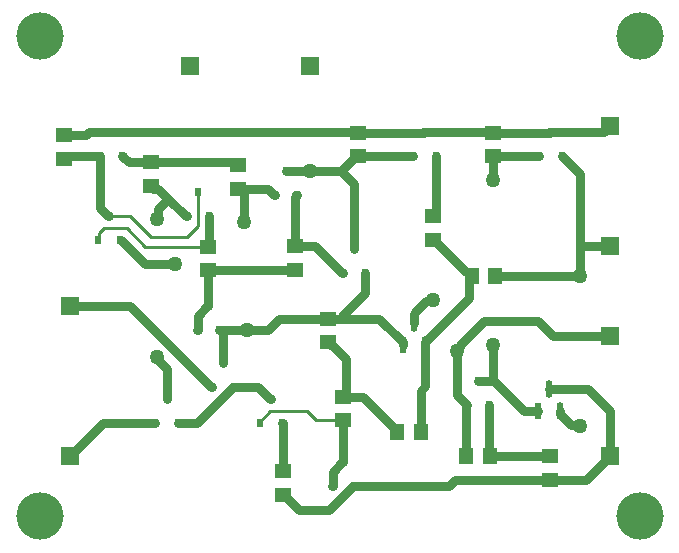
<source format=gtl>
G04*
G04 #@! TF.GenerationSoftware,Altium Limited,Altium Designer,23.3.1 (30)*
G04*
G04 Layer_Physical_Order=1*
G04 Layer_Color=255*
%FSLAX25Y25*%
%MOIN*%
G70*
G04*
G04 #@! TF.SameCoordinates,585462AD-BF79-4466-854D-63341AC199BE*
G04*
G04*
G04 #@! TF.FilePolarity,Positive*
G04*
G01*
G75*
%ADD11C,0.01000*%
G04:AMPARAMS|DCode=12|XSize=58.04mil|YSize=23.03mil|CornerRadius=11.51mil|HoleSize=0mil|Usage=FLASHONLY|Rotation=90.000|XOffset=0mil|YOffset=0mil|HoleType=Round|Shape=RoundedRectangle|*
%AMROUNDEDRECTD12*
21,1,0.05804,0.00000,0,0,90.0*
21,1,0.03501,0.02303,0,0,90.0*
1,1,0.02303,0.00000,0.01750*
1,1,0.02303,0.00000,-0.01750*
1,1,0.02303,0.00000,-0.01750*
1,1,0.02303,0.00000,0.01750*
%
%ADD12ROUNDEDRECTD12*%
%ADD13R,0.02303X0.05804*%
%ADD14R,0.02362X0.03150*%
%ADD15R,0.04724X0.05709*%
%ADD16R,0.05709X0.04724*%
%ADD19R,0.06181X0.06181*%
%ADD22C,0.03000*%
%ADD23C,0.05000*%
%ADD24C,0.15748*%
D11*
X352000Y232000D02*
X361000D01*
X333260Y231417D02*
X336842Y235000D01*
X333260Y231024D02*
Y231417D01*
X349000Y235000D02*
X352000Y232000D01*
X336842Y235000D02*
X349000D01*
X279730Y294454D02*
X281276Y296000D01*
X289000D01*
X279260Y292047D02*
X279730Y292518D01*
Y294454D01*
X309000Y293000D02*
X312740Y296740D01*
X290000Y300000D02*
X297000Y293000D01*
X309000D01*
X295126Y289874D02*
X315508D01*
X289000Y296000D02*
X295126Y289874D01*
X391000Y292063D02*
X392063Y291000D01*
X283000Y300000D02*
X290000D01*
X312740Y296740D02*
Y307953D01*
X429508Y219937D02*
X430000D01*
X388646Y301799D02*
X390508Y299937D01*
X391000D01*
D12*
X429740Y242364D02*
D03*
X433480Y235000D02*
D03*
X384740Y264364D02*
D03*
X388480Y257000D02*
D03*
D13*
X426000Y235000D02*
D03*
X381000Y257000D02*
D03*
D14*
X406000Y244976D02*
D03*
X409740Y237024D02*
D03*
X402260D02*
D03*
X364740Y288953D02*
D03*
X368480Y281000D02*
D03*
X361000D02*
D03*
X316000Y269976D02*
D03*
X319740Y262024D02*
D03*
X312260D02*
D03*
X361000Y217976D02*
D03*
X364740Y210024D02*
D03*
X357260D02*
D03*
X321000Y250976D02*
D03*
X324740Y243024D02*
D03*
X317260D02*
D03*
X337000Y238976D02*
D03*
X340740Y231024D02*
D03*
X333260D02*
D03*
X430260Y327953D02*
D03*
X434000Y320000D02*
D03*
X426520D02*
D03*
X388260Y327953D02*
D03*
X392000Y320000D02*
D03*
X384520D02*
D03*
X342000Y314976D02*
D03*
X345740Y307024D02*
D03*
X338260D02*
D03*
X283740Y327953D02*
D03*
X287480Y320000D02*
D03*
X280000D02*
D03*
X283000Y300000D02*
D03*
X286740Y292047D02*
D03*
X279260D02*
D03*
X312740Y307953D02*
D03*
X316480Y300000D02*
D03*
X309000D02*
D03*
X302260Y238953D02*
D03*
X306000Y231000D02*
D03*
X298520D02*
D03*
D15*
X402063Y220000D02*
D03*
X409937D02*
D03*
X386937Y228000D02*
D03*
X379063D02*
D03*
X404000Y280000D02*
D03*
X411874D02*
D03*
D16*
X345000Y289937D02*
D03*
Y282063D02*
D03*
X316000Y289874D02*
D03*
Y282000D02*
D03*
X356000Y265874D02*
D03*
Y258000D02*
D03*
X361000Y239874D02*
D03*
Y232000D02*
D03*
X411000Y327874D02*
D03*
Y320000D02*
D03*
X366000Y327874D02*
D03*
Y320000D02*
D03*
X326000Y316937D02*
D03*
Y309063D02*
D03*
X268000Y326937D02*
D03*
Y319063D02*
D03*
X297000Y317937D02*
D03*
Y310063D02*
D03*
X430000Y219937D02*
D03*
Y212063D02*
D03*
X391000Y299937D02*
D03*
Y292063D02*
D03*
X341000Y207063D02*
D03*
Y214937D02*
D03*
D19*
X450000Y220000D02*
D03*
Y260000D02*
D03*
Y290000D02*
D03*
Y330000D02*
D03*
X310000Y350000D02*
D03*
X350000D02*
D03*
X270000Y270000D02*
D03*
Y220000D02*
D03*
D22*
X411538Y244976D02*
X421515Y235000D01*
X426000D01*
X440000Y290000D02*
Y314000D01*
Y280000D02*
Y290000D01*
X450000D01*
X434000Y320000D02*
X440000Y314000D01*
X411874Y280000D02*
X440000D01*
X302260Y238953D02*
Y249199D01*
X299000Y252459D02*
Y253000D01*
Y252459D02*
X302260Y249199D01*
X316480Y290354D02*
Y300000D01*
X316000Y289874D02*
X316480Y290354D01*
X373179Y265874D02*
X381000Y258053D01*
X356000Y265874D02*
X360736D01*
X373179D01*
X385000Y268000D02*
X388617Y271617D01*
X390617D01*
X384740Y264364D02*
Y267417D01*
X385000Y267677D01*
X390617Y271617D02*
X391000Y272000D01*
X385000Y267677D02*
Y268000D01*
X402063Y220000D02*
Y236827D01*
X399000Y240283D02*
X402260Y237024D01*
X356000Y258000D02*
X356862Y257138D01*
X362000Y240736D02*
Y252492D01*
X361000Y239874D02*
X361138D01*
X356862Y257138D02*
X357354D01*
X362000Y252492D01*
X361138Y239874D02*
X362000Y240736D01*
X361000Y239874D02*
X367681D01*
X366000Y327874D02*
X387937D01*
X276465Y327953D02*
X365921D01*
X408000Y265000D02*
X426000D01*
X399000Y255541D02*
X400000Y256541D01*
X399000Y240283D02*
Y255541D01*
X400000Y256541D02*
Y257000D01*
X408000Y265000D01*
X426000D02*
X431000Y260000D01*
X450000D01*
X433480Y233947D02*
Y235000D01*
Y233947D02*
X437044Y230383D01*
X439617D01*
X440000Y230000D01*
X442636Y242364D02*
X450000Y235000D01*
X429740Y242364D02*
X442636D01*
X450000Y220000D02*
Y235000D01*
X406000Y244976D02*
X411538D01*
X411000Y245515D02*
X411538Y244976D01*
X411000Y245515D02*
Y257000D01*
Y312000D02*
Y320000D01*
X342000Y314976D02*
X360484D01*
X299000Y299000D02*
X299383Y299383D01*
Y302383D02*
X302878Y305878D01*
X299383Y299383D02*
Y302383D01*
X295031Y284000D02*
X305000D01*
X287059Y291972D02*
X295031Y284000D01*
X302878Y305878D02*
X308756Y300000D01*
X299555Y309201D02*
X302878Y305878D01*
X328988Y262012D02*
X329000Y262000D01*
X336000Y262165D02*
X339709Y265874D01*
X329165Y262165D02*
X336000D01*
X329000Y262000D02*
X329165Y262165D01*
X319984Y262024D02*
X319996Y262012D01*
X328988D01*
X329000Y309063D02*
X335976D01*
X328000Y298000D02*
Y308063D01*
X329000Y309063D01*
X316000Y282000D02*
X316032Y282031D01*
X316000Y269976D02*
Y282000D01*
X316032Y282031D02*
X344969D01*
X409839Y220098D02*
Y236949D01*
Y220098D02*
X409937Y220000D01*
X409740Y237024D02*
X409764D01*
X409839Y236949D01*
X388480Y258053D02*
X403138Y272711D01*
Y279138D02*
X404000Y280000D01*
X403138Y272711D02*
Y279138D01*
X388480Y257000D02*
Y258053D01*
X391492Y292063D02*
X402201Y281354D01*
X403138D01*
X404000Y280000D02*
Y280492D01*
X391000Y292063D02*
X391492D01*
X403138Y281354D02*
X404000Y280492D01*
X442063Y212063D02*
X450000Y220000D01*
X430000Y212063D02*
X442063D01*
X364740Y210024D02*
X396264D01*
X364496D02*
X364740D01*
X398303Y212063D02*
X430000D01*
X396264Y210024D02*
X398303Y212063D01*
X409969Y219969D02*
X429969D01*
X409937Y220000D02*
X409969Y219969D01*
X429969D02*
X430000Y219937D01*
X388480Y243422D02*
Y257000D01*
X386937Y241879D02*
X388480Y243422D01*
X386937Y228000D02*
Y241879D01*
X381000Y257000D02*
Y258053D01*
X379063Y228000D02*
Y228492D01*
X367681Y239874D02*
X379063Y228492D01*
X361000Y217976D02*
Y232000D01*
X357504Y210024D02*
X357579Y210098D01*
Y214799D01*
X360756Y217976D02*
X361000D01*
X357260Y210024D02*
X357504D01*
X357579Y214799D02*
X360756Y217976D01*
X356472Y202000D02*
X364496Y210024D01*
X346555Y202000D02*
X356472D01*
X341000Y207063D02*
X341492D01*
X346555Y202000D01*
X341000Y214937D02*
Y230949D01*
X340925Y231024D02*
X341000Y230949D01*
X340740Y231024D02*
X340925D01*
X270000Y220000D02*
X281000Y231000D01*
X298520D01*
X270000Y270000D02*
X290039D01*
X317016Y243024D01*
X317260D01*
X321000Y250976D02*
Y261008D01*
X319984Y262024D02*
X321000Y261008D01*
X319740Y262024D02*
X319984D01*
X324740Y243024D02*
X332709D01*
X324496D02*
X324740D01*
X336756Y238976D02*
X337000D01*
X332709Y243024D02*
X336756Y238976D01*
X306000Y231000D02*
X312473D01*
X324496Y243024D01*
X339709Y265874D02*
X356000D01*
X312579Y262098D02*
Y266799D01*
X315756Y269976D02*
X316000D01*
X312260Y262024D02*
X312504D01*
X312579Y262098D01*
Y266799D02*
X315756Y269976D01*
X344969Y282031D02*
X345000Y282063D01*
X360736Y266736D02*
X368480Y274480D01*
Y281000D01*
X345000Y289937D02*
X345063Y290000D01*
X351756D01*
X360756Y281000D02*
X361000D01*
X351756Y290000D02*
X360756Y281000D01*
X345000Y289937D02*
Y306527D01*
X345496Y307024D01*
X345740D01*
X364740Y288953D02*
Y310720D01*
X360484Y314976D02*
X364740Y310720D01*
X297862Y309201D02*
X299555D01*
X308756Y300000D02*
X309000D01*
X297000Y310063D02*
X297862Y309201D01*
X411000Y320000D02*
X426520D01*
X391138Y299937D02*
X392000Y300799D01*
Y320000D01*
X391000Y299937D02*
X391138D01*
X366000Y320000D02*
X384520D01*
X365508D02*
X366000D01*
X360484Y314976D02*
X365508Y320000D01*
X338016Y307024D02*
X338260D01*
X335976Y309063D02*
X338016Y307024D01*
X325508Y316937D02*
X326000D01*
X297000Y317937D02*
X324508D01*
X325508Y316937D01*
X287799Y319783D02*
Y319925D01*
X287480Y320000D02*
X287724D01*
X289646Y317937D02*
X297000D01*
X287799Y319783D02*
X289646Y317937D01*
X287724Y320000D02*
X287799Y319925D01*
X280000Y302756D02*
X282756Y300000D01*
X283000D01*
X280000Y302756D02*
Y320000D01*
X268492Y319063D02*
X269429Y320000D01*
X268000Y319063D02*
X268492D01*
X269429Y320000D02*
X280000D01*
X447953Y327953D02*
X450000Y330000D01*
X430260Y327953D02*
X447953D01*
X430016D02*
X430260D01*
X411000Y327874D02*
X429937D01*
X430016Y327953D01*
X388299Y327913D02*
X410961D01*
X388260Y327953D02*
X388299Y327913D01*
X410961D02*
X411000Y327874D01*
X387937D02*
X388016Y327953D01*
X388260D01*
X268000Y326937D02*
X275449D01*
X276465Y327953D01*
D23*
X440000Y280000D02*
D03*
X299000Y253000D02*
D03*
X440000Y230000D02*
D03*
X411000Y257000D02*
D03*
Y312000D02*
D03*
X350000Y315000D02*
D03*
X299000Y299000D02*
D03*
X305000Y284000D02*
D03*
X329000Y262000D02*
D03*
X328000Y298000D02*
D03*
X399000Y255000D02*
D03*
X391000Y272000D02*
D03*
D24*
X260000Y200000D02*
D03*
X460000D02*
D03*
Y360000D02*
D03*
X260000D02*
D03*
M02*

</source>
